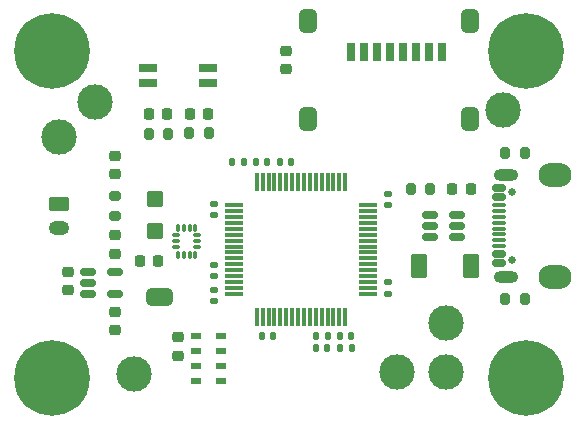
<source format=gbr>
%TF.GenerationSoftware,KiCad,Pcbnew,9.0.1*%
%TF.CreationDate,2025-04-10T15:19:35-04:00*%
%TF.ProjectId,ride-along-module,72696465-2d61-46c6-9f6e-672d6d6f6475,rev?*%
%TF.SameCoordinates,Original*%
%TF.FileFunction,Soldermask,Top*%
%TF.FilePolarity,Negative*%
%FSLAX46Y46*%
G04 Gerber Fmt 4.6, Leading zero omitted, Abs format (unit mm)*
G04 Created by KiCad (PCBNEW 9.0.1) date 2025-04-10 15:19:35*
%MOMM*%
%LPD*%
G01*
G04 APERTURE LIST*
G04 Aperture macros list*
%AMRoundRect*
0 Rectangle with rounded corners*
0 $1 Rounding radius*
0 $2 $3 $4 $5 $6 $7 $8 $9 X,Y pos of 4 corners*
0 Add a 4 corners polygon primitive as box body*
4,1,4,$2,$3,$4,$5,$6,$7,$8,$9,$2,$3,0*
0 Add four circle primitives for the rounded corners*
1,1,$1+$1,$2,$3*
1,1,$1+$1,$4,$5*
1,1,$1+$1,$6,$7*
1,1,$1+$1,$8,$9*
0 Add four rect primitives between the rounded corners*
20,1,$1+$1,$2,$3,$4,$5,0*
20,1,$1+$1,$4,$5,$6,$7,0*
20,1,$1+$1,$6,$7,$8,$9,0*
20,1,$1+$1,$8,$9,$2,$3,0*%
%AMFreePoly0*
4,1,23,0.500000,-0.750000,0.000000,-0.750000,0.000000,-0.745722,-0.065263,-0.745722,-0.191342,-0.711940,-0.304381,-0.646677,-0.396677,-0.554381,-0.461940,-0.441342,-0.495722,-0.315263,-0.495722,-0.250000,-0.500000,-0.250000,-0.500000,0.250000,-0.495722,0.250000,-0.495722,0.315263,-0.461940,0.441342,-0.396677,0.554381,-0.304381,0.646677,-0.191342,0.711940,-0.065263,0.745722,0.000000,0.745722,
0.000000,0.750000,0.500000,0.750000,0.500000,-0.750000,0.500000,-0.750000,$1*%
%AMFreePoly1*
4,1,23,0.000000,0.745722,0.065263,0.745722,0.191342,0.711940,0.304381,0.646677,0.396677,0.554381,0.461940,0.441342,0.495722,0.315263,0.495722,0.250000,0.500000,0.250000,0.500000,-0.250000,0.495722,-0.250000,0.495722,-0.315263,0.461940,-0.441342,0.396677,-0.554381,0.304381,-0.646677,0.191342,-0.711940,0.065263,-0.745722,0.000000,-0.745722,0.000000,-0.750000,-0.500000,-0.750000,
-0.500000,0.750000,0.000000,0.750000,0.000000,0.745722,0.000000,0.745722,$1*%
G04 Aperture macros list end*
%ADD10C,0.800000*%
%ADD11C,6.400000*%
%ADD12RoundRect,0.140000X-0.170000X0.140000X-0.170000X-0.140000X0.170000X-0.140000X0.170000X0.140000X0*%
%ADD13RoundRect,0.200000X-0.200000X-0.275000X0.200000X-0.275000X0.200000X0.275000X-0.200000X0.275000X0*%
%ADD14RoundRect,0.218750X-0.256250X0.218750X-0.256250X-0.218750X0.256250X-0.218750X0.256250X0.218750X0*%
%ADD15RoundRect,0.225000X0.250000X-0.225000X0.250000X0.225000X-0.250000X0.225000X-0.250000X-0.225000X0*%
%ADD16RoundRect,0.200000X0.200000X0.275000X-0.200000X0.275000X-0.200000X-0.275000X0.200000X-0.275000X0*%
%ADD17R,0.950000X0.550000*%
%ADD18RoundRect,0.250000X0.450000X0.800000X-0.450000X0.800000X-0.450000X-0.800000X0.450000X-0.800000X0*%
%ADD19RoundRect,0.087500X-0.087500X0.225000X-0.087500X-0.225000X0.087500X-0.225000X0.087500X0.225000X0*%
%ADD20RoundRect,0.087500X-0.225000X0.087500X-0.225000X-0.087500X0.225000X-0.087500X0.225000X0.087500X0*%
%ADD21C,3.000000*%
%ADD22RoundRect,0.140000X0.140000X0.170000X-0.140000X0.170000X-0.140000X-0.170000X0.140000X-0.170000X0*%
%ADD23RoundRect,0.225000X-0.250000X0.225000X-0.250000X-0.225000X0.250000X-0.225000X0.250000X0.225000X0*%
%ADD24RoundRect,0.140000X0.170000X-0.140000X0.170000X0.140000X-0.170000X0.140000X-0.170000X-0.140000X0*%
%ADD25RoundRect,0.200000X0.275000X-0.200000X0.275000X0.200000X-0.275000X0.200000X-0.275000X-0.200000X0*%
%ADD26RoundRect,0.250000X-0.625000X0.350000X-0.625000X-0.350000X0.625000X-0.350000X0.625000X0.350000X0*%
%ADD27O,1.750000X1.200000*%
%ADD28C,0.650000*%
%ADD29RoundRect,0.150000X0.425000X-0.150000X0.425000X0.150000X-0.425000X0.150000X-0.425000X-0.150000X0*%
%ADD30RoundRect,0.075000X0.500000X-0.075000X0.500000X0.075000X-0.500000X0.075000X-0.500000X-0.075000X0*%
%ADD31O,2.100000X1.000000*%
%ADD32O,2.794000X2.032000*%
%ADD33RoundRect,0.140000X-0.140000X-0.170000X0.140000X-0.170000X0.140000X0.170000X-0.140000X0.170000X0*%
%ADD34RoundRect,0.225000X-0.225000X-0.250000X0.225000X-0.250000X0.225000X0.250000X-0.225000X0.250000X0*%
%ADD35R,0.800000X1.500000*%
%ADD36RoundRect,0.362500X-0.362500X-0.637500X0.362500X-0.637500X0.362500X0.637500X-0.362500X0.637500X0*%
%ADD37RoundRect,0.225000X0.225000X0.250000X-0.225000X0.250000X-0.225000X-0.250000X0.225000X-0.250000X0*%
%ADD38RoundRect,0.218750X0.218750X0.256250X-0.218750X0.256250X-0.218750X-0.256250X0.218750X-0.256250X0*%
%ADD39RoundRect,0.250000X0.445000X-0.457500X0.445000X0.457500X-0.445000X0.457500X-0.445000X-0.457500X0*%
%ADD40RoundRect,0.190000X-0.610000X-0.190000X0.610000X-0.190000X0.610000X0.190000X-0.610000X0.190000X0*%
%ADD41RoundRect,0.150000X-0.512500X-0.150000X0.512500X-0.150000X0.512500X0.150000X-0.512500X0.150000X0*%
%ADD42RoundRect,0.150000X0.512500X0.150000X-0.512500X0.150000X-0.512500X-0.150000X0.512500X-0.150000X0*%
%ADD43FreePoly0,0.000000*%
%ADD44FreePoly1,0.000000*%
%ADD45RoundRect,0.147500X-0.147500X-0.172500X0.147500X-0.172500X0.147500X0.172500X-0.147500X0.172500X0*%
%ADD46RoundRect,0.075000X-0.700000X-0.075000X0.700000X-0.075000X0.700000X0.075000X-0.700000X0.075000X0*%
%ADD47RoundRect,0.075000X-0.075000X-0.700000X0.075000X-0.700000X0.075000X0.700000X-0.075000X0.700000X0*%
G04 APERTURE END LIST*
%TO.C,JP1*%
G36*
X129375000Y-77228000D02*
G01*
X129675000Y-77228000D01*
X129675000Y-78728000D01*
X129375000Y-78728000D01*
X129375000Y-77228000D01*
G37*
%TD*%
D10*
%TO.C,H1*%
X158128000Y-84836000D03*
X158830944Y-83138944D03*
X158830944Y-86533056D03*
X160528000Y-82436000D03*
D11*
X160528000Y-84836000D03*
D10*
X160528000Y-87236000D03*
X162225056Y-83138944D03*
X162225056Y-86533056D03*
X162928000Y-84836000D03*
%TD*%
D12*
%TO.C,C8*%
X134112000Y-77371000D03*
X134112000Y-78331000D03*
%TD*%
D13*
%TO.C,R1*%
X150813000Y-68834000D03*
X152463000Y-68834000D03*
%TD*%
%TO.C,R4*%
X128591000Y-64135000D03*
X130241000Y-64135000D03*
%TD*%
D14*
%TO.C,D3*%
X125730000Y-66014500D03*
X125730000Y-67589500D03*
%TD*%
D15*
%TO.C,C18*%
X125730000Y-74308000D03*
X125730000Y-72758000D03*
%TD*%
D10*
%TO.C,H4*%
X117996000Y-57150000D03*
X118698944Y-55452944D03*
X118698944Y-58847056D03*
X120396000Y-54750000D03*
D11*
X120396000Y-57150000D03*
D10*
X120396000Y-59550000D03*
X122093056Y-55452944D03*
X122093056Y-58847056D03*
X122796000Y-57150000D03*
%TD*%
D16*
%TO.C,R2*%
X160464000Y-78105000D03*
X158814000Y-78105000D03*
%TD*%
D17*
%TO.C,U4*%
X132597000Y-81310000D03*
X132597000Y-82560000D03*
X132597000Y-83810000D03*
X132597000Y-85060000D03*
X134747000Y-85060000D03*
X134747000Y-83810000D03*
X134747000Y-82560000D03*
X134747000Y-81310000D03*
%TD*%
D12*
%TO.C,C10*%
X134112000Y-70104000D03*
X134112000Y-71064000D03*
%TD*%
D18*
%TO.C,D2*%
X155870000Y-75311000D03*
X151470000Y-75311000D03*
%TD*%
D19*
%TO.C,U5*%
X132564000Y-72097000D03*
X132064000Y-72097000D03*
X131564000Y-72097000D03*
X131064000Y-72097000D03*
D20*
X130901500Y-72759500D03*
X130901500Y-73259500D03*
X130901500Y-73759500D03*
D19*
X131064000Y-74422000D03*
X131564000Y-74422000D03*
X132064000Y-74422000D03*
X132564000Y-74422000D03*
D20*
X132726500Y-73759500D03*
X132726500Y-73259500D03*
X132726500Y-72759500D03*
%TD*%
D10*
%TO.C,H3*%
X117996000Y-84836000D03*
X118698944Y-83138944D03*
X118698944Y-86533056D03*
X120396000Y-82436000D03*
D11*
X120396000Y-84836000D03*
D10*
X120396000Y-87236000D03*
X122093056Y-83138944D03*
X122093056Y-86533056D03*
X122796000Y-84836000D03*
%TD*%
D21*
%TO.C,TP3*%
X149606000Y-84328000D03*
%TD*%
D22*
%TO.C,C1*%
X143761000Y-81277000D03*
X142801000Y-81277000D03*
%TD*%
D21*
%TO.C,TP4*%
X121031000Y-64389000D03*
%TD*%
D16*
%TO.C,R5*%
X133691000Y-64116000D03*
X132041000Y-64116000D03*
%TD*%
D10*
%TO.C,H2*%
X158128000Y-57150000D03*
X158830944Y-55452944D03*
X158830944Y-58847056D03*
X160528000Y-54750000D03*
D11*
X160528000Y-57150000D03*
D10*
X160528000Y-59550000D03*
X162225056Y-55452944D03*
X162225056Y-58847056D03*
X162928000Y-57150000D03*
%TD*%
D23*
%TO.C,C15*%
X140208000Y-57137000D03*
X140208000Y-58687000D03*
%TD*%
D21*
%TO.C,TP1*%
X153797000Y-80137000D03*
%TD*%
D22*
%TO.C,C6*%
X136652000Y-66548000D03*
X135692000Y-66548000D03*
%TD*%
D24*
%TO.C,C12*%
X148844000Y-77696000D03*
X148844000Y-76736000D03*
%TD*%
D21*
%TO.C,TP2*%
X153797000Y-84328000D03*
%TD*%
D25*
%TO.C,R6*%
X125730000Y-71079500D03*
X125730000Y-69429500D03*
%TD*%
D26*
%TO.C,BT1*%
X121031000Y-70120000D03*
D27*
X121031000Y-72120000D03*
%TD*%
D21*
%TO.C,FID2*%
X127381000Y-84455000D03*
%TD*%
D23*
%TO.C,C17*%
X125730000Y-79235000D03*
X125730000Y-80785000D03*
%TD*%
D28*
%TO.C,J1*%
X159330600Y-74822800D03*
X159330600Y-69042800D03*
D29*
X158255600Y-75132800D03*
X158255600Y-74332800D03*
D30*
X158255600Y-73182800D03*
X158255600Y-72182800D03*
X158255600Y-71682800D03*
X158255600Y-70682800D03*
D29*
X158255600Y-69532800D03*
X158255600Y-68732800D03*
X158255600Y-68732800D03*
X158255600Y-69532800D03*
D30*
X158255600Y-70182800D03*
X158255600Y-71182800D03*
X158255600Y-72682800D03*
X158255600Y-73682800D03*
D29*
X158255600Y-74332800D03*
X158255600Y-75132800D03*
D31*
X158830600Y-76252800D03*
D32*
X163010600Y-76252800D03*
D31*
X158830600Y-67612800D03*
D32*
X163010600Y-67612800D03*
%TD*%
D16*
%TO.C,R3*%
X160464000Y-65786000D03*
X158814000Y-65786000D03*
%TD*%
D24*
%TO.C,C11*%
X134137000Y-76197000D03*
X134137000Y-75237000D03*
%TD*%
D22*
%TO.C,C5*%
X143736000Y-82296000D03*
X142776000Y-82296000D03*
%TD*%
D33*
%TO.C,C3*%
X139728000Y-66548000D03*
X140688000Y-66548000D03*
%TD*%
D34*
%TO.C,C14*%
X132091000Y-62516000D03*
X133641000Y-62516000D03*
%TD*%
D22*
%TO.C,C9*%
X139164000Y-81280000D03*
X138204000Y-81280000D03*
%TD*%
D35*
%TO.C,J2*%
X145757000Y-57240500D03*
X146857000Y-57240500D03*
X147957000Y-57240500D03*
X149057000Y-57240500D03*
X150157000Y-57240500D03*
X151257000Y-57240500D03*
X152357000Y-57240500D03*
X153457000Y-57240500D03*
D36*
X142087000Y-54640500D03*
X142087000Y-62940500D03*
X155837000Y-54640500D03*
X155837000Y-62940500D03*
%TD*%
D37*
%TO.C,C21*%
X129399500Y-74930000D03*
X127849500Y-74930000D03*
%TD*%
D23*
%TO.C,C19*%
X131064000Y-81394000D03*
X131064000Y-82944000D03*
%TD*%
D33*
%TO.C,C7*%
X144808000Y-81280000D03*
X145768000Y-81280000D03*
%TD*%
D38*
%TO.C,D1*%
X155854500Y-68834000D03*
X154279500Y-68834000D03*
%TD*%
D39*
%TO.C,C20*%
X129159000Y-72345500D03*
X129159000Y-69640500D03*
%TD*%
D33*
%TO.C,C2*%
X137696000Y-66548000D03*
X138656000Y-66548000D03*
%TD*%
D40*
%TO.C,SW1*%
X128524000Y-58547000D03*
X128524000Y-59817000D03*
X133604000Y-59817000D03*
X133604000Y-58547000D03*
%TD*%
D23*
%TO.C,C16*%
X121793000Y-75819000D03*
X121793000Y-77369000D03*
%TD*%
D21*
%TO.C,FID3*%
X158623000Y-62103000D03*
%TD*%
D41*
%TO.C,U3*%
X123449500Y-75824000D03*
X123449500Y-76774000D03*
X123449500Y-77724000D03*
X125724500Y-77724000D03*
X125724500Y-75824000D03*
%TD*%
D34*
%TO.C,C4*%
X128641000Y-62516000D03*
X130191000Y-62516000D03*
%TD*%
D42*
%TO.C,U1*%
X154725800Y-72898000D03*
X154725800Y-71948000D03*
X154725800Y-70998000D03*
X152450800Y-70998000D03*
X152450800Y-71948000D03*
X152450800Y-72898000D03*
%TD*%
D43*
%TO.C,JP1*%
X128875000Y-77978000D03*
D44*
X130175000Y-77978000D03*
%TD*%
D45*
%TO.C,L1*%
X144826000Y-82296000D03*
X145796000Y-82296000D03*
%TD*%
D46*
%TO.C,U2*%
X135824000Y-70201000D03*
X135824000Y-70701000D03*
X135824000Y-71201000D03*
X135824000Y-71701000D03*
X135824000Y-72201000D03*
X135824000Y-72701000D03*
X135824000Y-73201000D03*
X135824000Y-73701000D03*
X135824000Y-74201000D03*
X135824000Y-74701000D03*
X135824000Y-75201000D03*
X135824000Y-75701000D03*
X135824000Y-76201000D03*
X135824000Y-76701000D03*
X135824000Y-77201000D03*
X135824000Y-77701000D03*
D47*
X137749000Y-79626000D03*
X138249000Y-79626000D03*
X138749000Y-79626000D03*
X139249000Y-79626000D03*
X139749000Y-79626000D03*
X140249000Y-79626000D03*
X140749000Y-79626000D03*
X141249000Y-79626000D03*
X141749000Y-79626000D03*
X142249000Y-79626000D03*
X142749000Y-79626000D03*
X143249000Y-79626000D03*
X143749000Y-79626000D03*
X144249000Y-79626000D03*
X144749000Y-79626000D03*
X145249000Y-79626000D03*
D46*
X147174000Y-77701000D03*
X147174000Y-77201000D03*
X147174000Y-76701000D03*
X147174000Y-76201000D03*
X147174000Y-75701000D03*
X147174000Y-75201000D03*
X147174000Y-74701000D03*
X147174000Y-74201000D03*
X147174000Y-73701000D03*
X147174000Y-73201000D03*
X147174000Y-72701000D03*
X147174000Y-72201000D03*
X147174000Y-71701000D03*
X147174000Y-71201000D03*
X147174000Y-70701000D03*
X147174000Y-70201000D03*
D47*
X145249000Y-68276000D03*
X144749000Y-68276000D03*
X144249000Y-68276000D03*
X143749000Y-68276000D03*
X143249000Y-68276000D03*
X142749000Y-68276000D03*
X142249000Y-68276000D03*
X141749000Y-68276000D03*
X141249000Y-68276000D03*
X140749000Y-68276000D03*
X140249000Y-68276000D03*
X139749000Y-68276000D03*
X139249000Y-68276000D03*
X138749000Y-68276000D03*
X138249000Y-68276000D03*
X137749000Y-68276000D03*
%TD*%
D21*
%TO.C,FID1*%
X124079000Y-61468000D03*
%TD*%
D24*
%TO.C,C13*%
X148844000Y-70203000D03*
X148844000Y-69243000D03*
%TD*%
M02*

</source>
